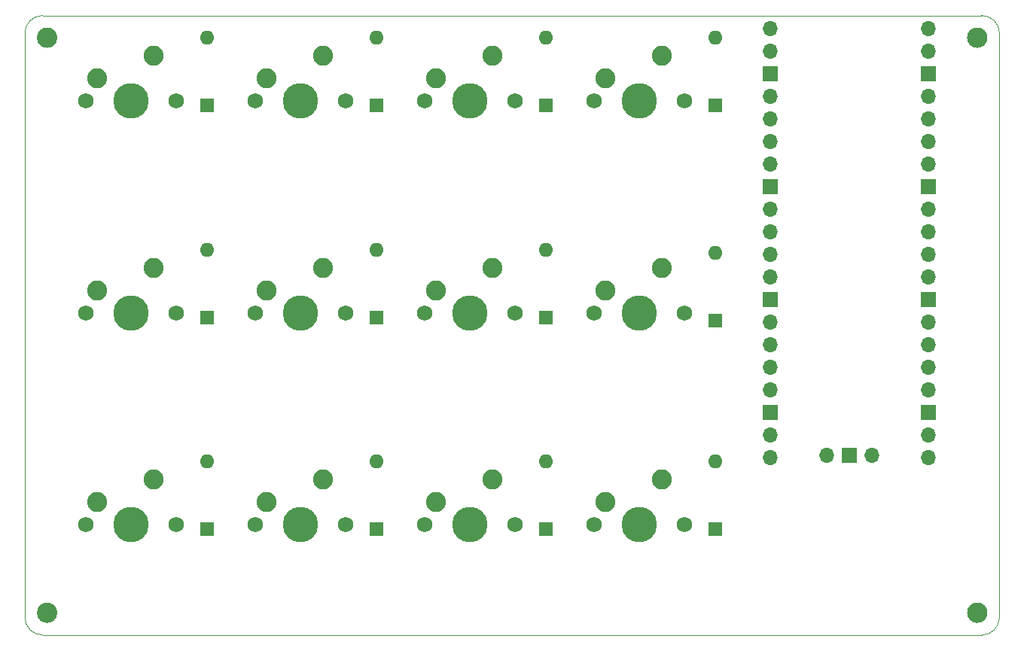
<source format=gbr>
G04 #@! TF.GenerationSoftware,KiCad,Pcbnew,(5.1.9)-1*
G04 #@! TF.CreationDate,2021-05-02T14:29:51+01:00*
G04 #@! TF.ProjectId,EnvMCRO,456e764d-4352-44f2-9e6b-696361645f70,rev?*
G04 #@! TF.SameCoordinates,Original*
G04 #@! TF.FileFunction,Soldermask,Bot*
G04 #@! TF.FilePolarity,Negative*
%FSLAX46Y46*%
G04 Gerber Fmt 4.6, Leading zero omitted, Abs format (unit mm)*
G04 Created by KiCad (PCBNEW (5.1.9)-1) date 2021-05-02 14:29:51*
%MOMM*%
%LPD*%
G01*
G04 APERTURE LIST*
G04 #@! TA.AperFunction,Profile*
%ADD10C,0.100000*%
G04 #@! TD*
%ADD11O,1.700000X1.700000*%
%ADD12R,1.700000X1.700000*%
%ADD13C,2.200000*%
%ADD14C,2.250000*%
%ADD15C,3.987800*%
%ADD16C,1.750000*%
%ADD17O,1.600000X1.600000*%
%ADD18R,1.600000X1.600000*%
G04 APERTURE END LIST*
D10*
X67005200Y-41300400D02*
G75*
G03*
X67005200Y-41300400I-1104496J0D01*
G01*
X67005200Y-105994200D02*
G75*
G03*
X67005200Y-105994200I-1104496J0D01*
G01*
X171602400Y-105994200D02*
G75*
G03*
X171602400Y-105994200I-1104496J0D01*
G01*
X171602400Y-41300400D02*
G75*
G03*
X171602400Y-41300400I-1104496J0D01*
G01*
X171000000Y-38800000D02*
G75*
G02*
X173000000Y-40800000I0J-2000000D01*
G01*
X173000000Y-106500000D02*
G75*
G02*
X171000000Y-108500000I-2000000J0D01*
G01*
X65400000Y-108500000D02*
G75*
G02*
X63400000Y-106500000I0J2000000D01*
G01*
X63400000Y-40800000D02*
X63400000Y-106500000D01*
X171000000Y-38800000D02*
X65400000Y-38800000D01*
X63400000Y-40800000D02*
G75*
G02*
X65400000Y-38800000I2000000J0D01*
G01*
X173000000Y-106500000D02*
X173000000Y-40800000D01*
X65400000Y-108500000D02*
X171000000Y-108500000D01*
D11*
X147210000Y-40270000D03*
X147210000Y-42810000D03*
D12*
X147210000Y-45350000D03*
D11*
X147210000Y-47890000D03*
X147210000Y-50430000D03*
X147210000Y-52970000D03*
X147210000Y-55510000D03*
D12*
X147210000Y-58050000D03*
D11*
X147210000Y-60590000D03*
X147210000Y-63130000D03*
X147210000Y-65670000D03*
X147210000Y-68210000D03*
D12*
X147210000Y-70750000D03*
D11*
X147210000Y-73290000D03*
X147210000Y-75830000D03*
X147210000Y-78370000D03*
X147210000Y-80910000D03*
D12*
X147210000Y-83450000D03*
D11*
X147210000Y-85990000D03*
X147210000Y-88530000D03*
X164990000Y-88530000D03*
X164990000Y-85990000D03*
D12*
X164990000Y-83450000D03*
D11*
X164990000Y-80910000D03*
X164990000Y-78370000D03*
X164990000Y-75830000D03*
X164990000Y-73290000D03*
D12*
X164990000Y-70750000D03*
D11*
X164990000Y-68210000D03*
X164990000Y-65670000D03*
X164990000Y-63130000D03*
X164990000Y-60590000D03*
D12*
X164990000Y-58050000D03*
D11*
X164990000Y-55510000D03*
X164990000Y-52970000D03*
X164990000Y-50430000D03*
X164990000Y-47890000D03*
D12*
X164990000Y-45350000D03*
D11*
X164990000Y-42810000D03*
X164990000Y-40270000D03*
X153560000Y-88300000D03*
D12*
X156100000Y-88300000D03*
D11*
X158640000Y-88300000D03*
D13*
X170500000Y-106000000D03*
X65900000Y-41300000D03*
X65900000Y-106000000D03*
X170500000Y-41300000D03*
D14*
X115975000Y-43355000D03*
D15*
X113435000Y-48435000D03*
D14*
X109625000Y-45895000D03*
D16*
X108355000Y-48435000D03*
X118515000Y-48435000D03*
D14*
X77875000Y-43355000D03*
D15*
X75335000Y-48435000D03*
D14*
X71525000Y-45895000D03*
D16*
X70255000Y-48435000D03*
X80415000Y-48435000D03*
D17*
X141010000Y-88940000D03*
D18*
X141010000Y-96560000D03*
D17*
X121960000Y-88940000D03*
D18*
X121960000Y-96560000D03*
D17*
X102910000Y-88940000D03*
D18*
X102910000Y-96560000D03*
D17*
X83860000Y-88940000D03*
D18*
X83860000Y-96560000D03*
D17*
X141010000Y-65527500D03*
D18*
X141010000Y-73147500D03*
D17*
X121960000Y-65127500D03*
D18*
X121960000Y-72747500D03*
D17*
X102910000Y-65127500D03*
D18*
X102910000Y-72747500D03*
D17*
X83860000Y-65127500D03*
D18*
X83860000Y-72747500D03*
D17*
X141010000Y-41315000D03*
D18*
X141010000Y-48935000D03*
D17*
X121960000Y-41315000D03*
D18*
X121960000Y-48935000D03*
D17*
X102910000Y-41315000D03*
D18*
X102910000Y-48935000D03*
D17*
X83860000Y-41315000D03*
D18*
X83860000Y-48935000D03*
D14*
X135025000Y-90980000D03*
D15*
X132485000Y-96060000D03*
D14*
X128675000Y-93520000D03*
D16*
X127405000Y-96060000D03*
X137565000Y-96060000D03*
D14*
X115975000Y-90980000D03*
D15*
X113435000Y-96060000D03*
D14*
X109625000Y-93520000D03*
D16*
X108355000Y-96060000D03*
X118515000Y-96060000D03*
D14*
X96925000Y-90980000D03*
D15*
X94385000Y-96060000D03*
D14*
X90575000Y-93520000D03*
D16*
X89305000Y-96060000D03*
X99465000Y-96060000D03*
D14*
X77875000Y-90980000D03*
D15*
X75335000Y-96060000D03*
D14*
X71525000Y-93520000D03*
D16*
X70255000Y-96060000D03*
X80415000Y-96060000D03*
D14*
X135025000Y-67167500D03*
D15*
X132485000Y-72247500D03*
D14*
X128675000Y-69707500D03*
D16*
X127405000Y-72247500D03*
X137565000Y-72247500D03*
D14*
X115975000Y-67167500D03*
D15*
X113435000Y-72247500D03*
D14*
X109625000Y-69707500D03*
D16*
X108355000Y-72247500D03*
X118515000Y-72247500D03*
D14*
X96925000Y-67167500D03*
D15*
X94385000Y-72247500D03*
D14*
X90575000Y-69707500D03*
D16*
X89305000Y-72247500D03*
X99465000Y-72247500D03*
D14*
X77875000Y-67167500D03*
D15*
X75335000Y-72247500D03*
D14*
X71525000Y-69707500D03*
D16*
X70255000Y-72247500D03*
X80415000Y-72247500D03*
D14*
X135025000Y-43355000D03*
D15*
X132485000Y-48435000D03*
D14*
X128675000Y-45895000D03*
D16*
X127405000Y-48435000D03*
X137565000Y-48435000D03*
D14*
X96925000Y-43355000D03*
D15*
X94385000Y-48435000D03*
D14*
X90575000Y-45895000D03*
D16*
X89305000Y-48435000D03*
X99465000Y-48435000D03*
M02*

</source>
